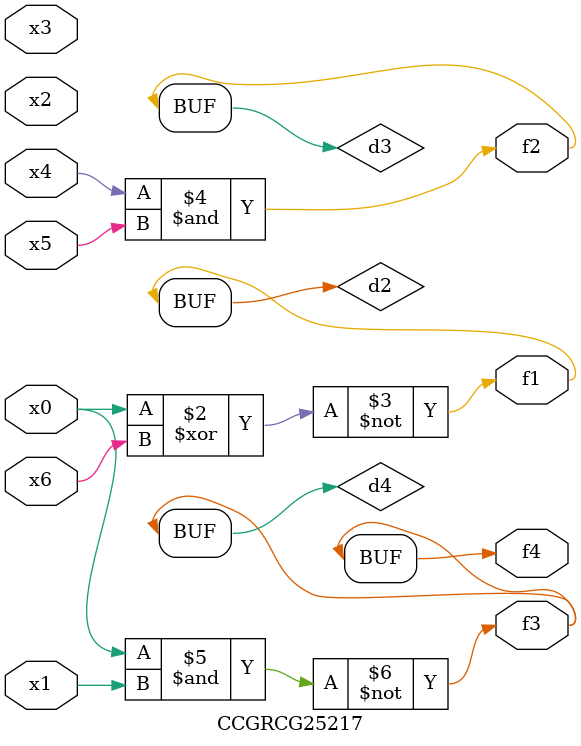
<source format=v>
module CCGRCG25217(
	input x0, x1, x2, x3, x4, x5, x6,
	output f1, f2, f3, f4
);

	wire d1, d2, d3, d4;

	nor (d1, x0);
	xnor (d2, x0, x6);
	and (d3, x4, x5);
	nand (d4, x0, x1);
	assign f1 = d2;
	assign f2 = d3;
	assign f3 = d4;
	assign f4 = d4;
endmodule

</source>
